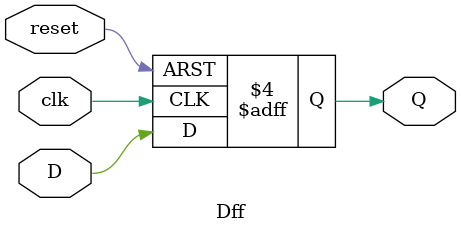
<source format=v>
`include "compare.v"
`include "carry_skip_adder.v"

/***color comparator***/
module pixel_in_compare(index_pixel, Radd_en, Gadd_en, Badd_en, strength_input);

  input  [23:0] index_pixel;
  output        Radd_en, Gadd_en, Badd_en;
  output [7:0]  strength_input;
  
  wire   [1:0]  c;
  wire   [7:0]  R, G, B;
  wire          RbiggerG, GbiggerR, RG_Equal, RbiggerB, BbiggerR, RB_Equal, GbiggerB, BbiggerG, GB_Equal;
  wire   [7:0]  Rstrength, Gstrength, Bstrength;

  assign  R=index_pixel[23:16];
  assign  G=index_pixel[15:8];
  assign  B=index_pixel[7:0];
  
  compare8 cp1(R, G, RbiggerG, GbiggerR, RG_Equal);
  compare8 cp2(R, B, RbiggerB, BbiggerR, RB_Equal);
  compare8 cp3(G, B, GbiggerB, BbiggerG, GB_Equal);
  
  // Red(R)=00(red first) Green(G)=01 Blue(B)=10
  assign  c[0]=(GbiggerB|GB_Equal) & GbiggerR;
  assign  c[1]=BbiggerG & BbiggerR;
  
  // color strength add_enable control
  assign Radd_en=(~c[1]&~c[0]);
  assign Gadd_en=(~c[1]&c[0]);
  assign Badd_en=(c[1]&~c[0]);
  
  // choose color strength
  //output: Rstrength, Gstrength, Bstrength, strength_input
  mux2_1x8 R_m1(index_pixel[23:16], Radd_en, Rstrength);
  mux2_1x8 G_m1(index_pixel[15:8], Gadd_en, Gstrength);
  mux2_1x8 B_m1(index_pixel[7:0], Badd_en, Bstrength);
  assign strength_input=(Rstrength|Gstrength|Bstrength);    

endmodule

// 8-bits mux2_1
module mux2_1x8 (A, enable, result);
  input [7:0] A;
  input enable;
  
  output [7:0] result;
  
  // enable=0 -> A, enable=1 -> 8'b0
  assign result[7]=enable?1'b0:A[7];
  assign result[6]=enable?1'b0:A[6];
  assign result[5]=enable?1'b0:A[5];
  assign result[4]=enable?1'b0:A[4];
  assign result[3]=enable?1'b0:A[3];
  assign result[2]=enable?1'b0:A[2];
  assign result[1]=enable?1'b0:A[1];
  assign result[0]=enable?1'b0:A[0];
  
endmodule

module RGBadd_enable_timer (Radd_en, Gadd_en, Badd_en, reset, clk, one_picture);
  input Radd_en, Gadd_en, Badd_en;
  input reset, clk;
  
  output one_picture;
    
  wire pixel_add_en;
  wire [13:0] pixel_num;
  wire [13:0] pixel_num1;
  wire [13:0] pixel_num2;
  wire [13:0] pixel_renew_num;

  or r1(pixel_add_en, Radd_en, Gadd_en, Badd_en);
  
  //enable=1 -> A(renew pixel number), enable=0 -> B(old pixel number)
  mux2_1x14 m1(pixel_renew_num, pixel_num, pixel_add_en, pixel_num1);
  
  // count pixel number
  Dff14 dff(pixel_num1, clk, reset, pixel_num);
  
  // choose which color's pixel need to do addition
  mux2_1x14_zero m2(pixel_num, pixel_add_en, pixel_num2);
  
  // ripple carry adder with * carry out *
  cska14_count cska(pixel_num2, pixel_renew_num, one_picture);

endmodule

// 14-bits mux2_1
// enable=1 -> A(renew pixel number), enable=0 -> B(old pixel number)
module mux2_1x14 (A, B, enable, result);
  input [13:0] A, B;
  input enable;
  
  output [13:0] result;
  
  // enable=1 -> A(renew pixel number), enable=0 -> B(old pixel number)
  assign result[13]=enable?A[13]:B[13];
  assign result[12]=enable?A[12]:B[12];
  assign result[11]=enable?A[11]:B[11];
  assign result[10]=enable?A[10]:B[10];
  assign result[9]=enable?A[9]:B[9];
  assign result[8]=enable?A[8]:B[8];
  assign result[7]=enable?A[7]:B[7];
  assign result[6]=enable?A[6]:B[6];
  assign result[5]=enable?A[5]:B[5];
  assign result[4]=enable?A[4]:B[4];
  assign result[3]=enable?A[3]:B[3];
  assign result[2]=enable?A[2]:B[2];
  assign result[1]=enable?A[1]:B[1];
  assign result[0]=enable?A[0]:B[0];
  
endmodule

// 14-bits mux2_1 with zero input
// enable=1 -> A(pixel number which need to add), enable=0 -> 14'b0
module mux2_1x14_zero (A, enable, result);
  input [13:0] A;
  input enable;
  
  output [13:0] result;
  
  // enable=1 -> A, enable=0 -> 14'b0
  assign result[13]=enable?A[13]:0;
  assign result[12]=enable?A[12]:0;
  assign result[11]=enable?A[11]:0;
  assign result[10]=enable?A[10]:0;
  assign result[9]=enable?A[9]:0;
  assign result[8]=enable?A[8]:0;
  assign result[7]=enable?A[7]:0;
  assign result[6]=enable?A[6]:0;
  assign result[5]=enable?A[5]:0;
  assign result[4]=enable?A[4]:0;
  assign result[3]=enable?A[3]:0;
  assign result[2]=enable?A[2]:0;
  assign result[1]=enable?A[1]:0;
  assign result[0]=enable?A[0]:0;
  
endmodule

// 14-bits D flip-flop with reset
module Dff14 (in, clk, reset, out);
  input [13:0] in;
  input clk, reset;
  
  output [13:0] out;
  
  Dff d13(out[13], in[13], clk, reset);
  Dff d12(out[12], in[12], clk, reset);
  Dff d11(out[11], in[11], clk, reset);
  Dff d10(out[10], in[10], clk, reset);
  Dff d9(out[9], in[9], clk, reset);
  Dff d8(out[8], in[8], clk, reset);
  Dff d7(out[7], in[7], clk, reset);
  Dff d6(out[6], in[6], clk, reset);
  Dff d5(out[5], in[5], clk, reset);
  Dff d4(out[4], in[4], clk, reset);
  Dff d3(out[3], in[3], clk, reset);
  Dff d2(out[2], in[2], clk, reset);
  Dff d1(out[1], in[1], clk, reset);
  Dff d0(out[0], in[0], clk, reset);
   
endmodule 

// 1 bit D flip-flop with reset
module Dff (Q, D, clk, reset);
  input D, clk, reset;
  output reg Q;
  wire rst;
  
  not n1(rst, reset);
  
  always@(posedge clk, negedge rst)
  if (!rst)    //same as if (rst==0)
    Q <= 1'b0;   
  else 
    Q <= D;                                      
endmodule
</source>
